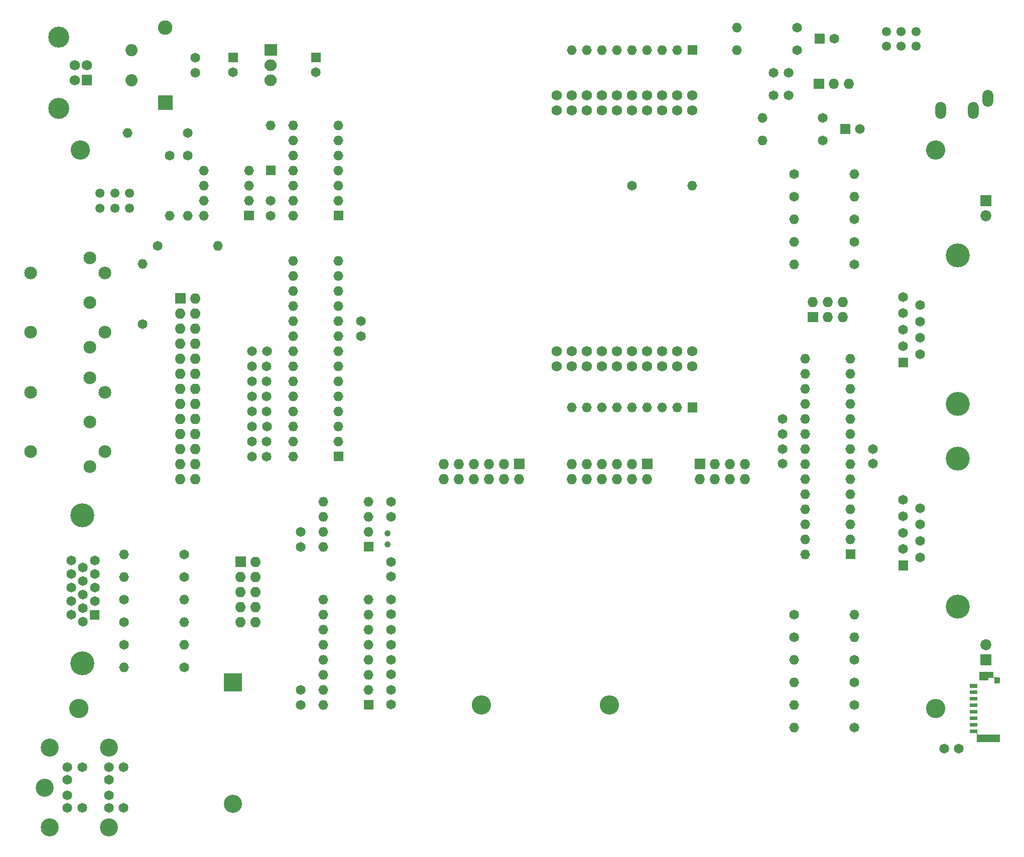
<source format=gbr>
G04 #@! TF.GenerationSoftware,KiCad,Pcbnew,5.1.7-a382d34a8~87~ubuntu16.04.1*
G04 #@! TF.CreationDate,2020-10-08T01:02:59+00:00*
G04 #@! TF.ProjectId,neotron-32,6e656f74-726f-46e2-9d33-322e6b696361,[Uncontrolled]*
G04 #@! TF.SameCoordinates,Original*
G04 #@! TF.FileFunction,Soldermask,Top*
G04 #@! TF.FilePolarity,Negative*
%FSLAX46Y46*%
G04 Gerber Fmt 4.6, Leading zero omitted, Abs format (unit mm)*
G04 Created by KiCad (PCBNEW 5.1.7-a382d34a8~87~ubuntu16.04.1) date 2020-10-08 01:02:59*
%MOMM*%
%LPD*%
G01*
G04 APERTURE LIST*
%ADD10C,1.752600*%
%ADD11O,1.650800X1.650800*%
%ADD12C,1.650800*%
%ADD13C,2.050800*%
%ADD14C,3.040800*%
%ADD15O,1.750800X1.750800*%
%ADD16O,1.778000X1.778000*%
%ADD17C,3.250800*%
%ADD18C,1.550800*%
%ADD19C,1.850800*%
%ADD20C,3.050800*%
%ADD21C,2.150800*%
%ADD22C,4.050800*%
%ADD23C,1.050800*%
%ADD24O,2.050800X1.955800*%
%ADD25C,3.550801*%
%ADD26C,1.750800*%
%ADD27O,1.850800X2.850800*%
%ADD28O,2.450800X2.450800*%
%ADD29C,0.350000*%
G04 APERTURE END LIST*
G04 #@! TO.C,J501*
G36*
G01*
X237226000Y-130980400D02*
X236376000Y-130980400D01*
G75*
G02*
X236350600Y-130955000I0J25400D01*
G01*
X236350600Y-130005000D01*
G75*
G02*
X236376000Y-129979600I25400J0D01*
G01*
X237226000Y-129979600D01*
G75*
G02*
X237251400Y-130005000I0J-25400D01*
G01*
X237251400Y-130955000D01*
G75*
G02*
X237226000Y-130980400I-25400J0D01*
G01*
G37*
G36*
G01*
X236126000Y-130080400D02*
X235526000Y-130080400D01*
G75*
G02*
X235500600Y-130055000I0J25400D01*
G01*
X235500600Y-129055000D01*
G75*
G02*
X235526000Y-129029600I25400J0D01*
G01*
X236126000Y-129029600D01*
G75*
G02*
X236151400Y-129055000I0J-25400D01*
G01*
X236151400Y-130055000D01*
G75*
G02*
X236126000Y-130080400I-25400J0D01*
G01*
G37*
G36*
G01*
X235301001Y-130505400D02*
X233850999Y-130505400D01*
G75*
G02*
X233825600Y-130480001I0J25399D01*
G01*
X233825600Y-129079999D01*
G75*
G02*
X233850999Y-129054600I25399J0D01*
G01*
X235301001Y-129054600D01*
G75*
G02*
X235326400Y-129079999I0J-25399D01*
G01*
X235326400Y-130480001D01*
G75*
G02*
X235301001Y-130505400I-25399J0D01*
G01*
G37*
G36*
G01*
X237226000Y-140880400D02*
X233436000Y-140880400D01*
G75*
G02*
X233410600Y-140855000I0J25400D01*
G01*
X233410600Y-139655000D01*
G75*
G02*
X233436000Y-139629600I25400J0D01*
G01*
X237226000Y-139629600D01*
G75*
G02*
X237251400Y-139655000I0J-25400D01*
G01*
X237251400Y-140855000D01*
G75*
G02*
X237226000Y-140880400I-25400J0D01*
G01*
G37*
G36*
G01*
X233476000Y-131730400D02*
X232226000Y-131730400D01*
G75*
G02*
X232200600Y-131705000I0J25400D01*
G01*
X232200600Y-131105000D01*
G75*
G02*
X232226000Y-131079600I25400J0D01*
G01*
X233476000Y-131079600D01*
G75*
G02*
X233501400Y-131105000I0J-25400D01*
G01*
X233501400Y-131705000D01*
G75*
G02*
X233476000Y-131730400I-25400J0D01*
G01*
G37*
G36*
G01*
X233476000Y-132830400D02*
X232226000Y-132830400D01*
G75*
G02*
X232200600Y-132805000I0J25400D01*
G01*
X232200600Y-132205000D01*
G75*
G02*
X232226000Y-132179600I25400J0D01*
G01*
X233476000Y-132179600D01*
G75*
G02*
X233501400Y-132205000I0J-25400D01*
G01*
X233501400Y-132805000D01*
G75*
G02*
X233476000Y-132830400I-25400J0D01*
G01*
G37*
G36*
G01*
X233476000Y-133930400D02*
X232226000Y-133930400D01*
G75*
G02*
X232200600Y-133905000I0J25400D01*
G01*
X232200600Y-133305000D01*
G75*
G02*
X232226000Y-133279600I25400J0D01*
G01*
X233476000Y-133279600D01*
G75*
G02*
X233501400Y-133305000I0J-25400D01*
G01*
X233501400Y-133905000D01*
G75*
G02*
X233476000Y-133930400I-25400J0D01*
G01*
G37*
G36*
G01*
X233476000Y-135030400D02*
X232226000Y-135030400D01*
G75*
G02*
X232200600Y-135005000I0J25400D01*
G01*
X232200600Y-134405000D01*
G75*
G02*
X232226000Y-134379600I25400J0D01*
G01*
X233476000Y-134379600D01*
G75*
G02*
X233501400Y-134405000I0J-25400D01*
G01*
X233501400Y-135005000D01*
G75*
G02*
X233476000Y-135030400I-25400J0D01*
G01*
G37*
G36*
G01*
X233476000Y-136130400D02*
X232226000Y-136130400D01*
G75*
G02*
X232200600Y-136105000I0J25400D01*
G01*
X232200600Y-135505000D01*
G75*
G02*
X232226000Y-135479600I25400J0D01*
G01*
X233476000Y-135479600D01*
G75*
G02*
X233501400Y-135505000I0J-25400D01*
G01*
X233501400Y-136105000D01*
G75*
G02*
X233476000Y-136130400I-25400J0D01*
G01*
G37*
G36*
G01*
X233476000Y-137230400D02*
X232226000Y-137230400D01*
G75*
G02*
X232200600Y-137205000I0J25400D01*
G01*
X232200600Y-136605000D01*
G75*
G02*
X232226000Y-136579600I25400J0D01*
G01*
X233476000Y-136579600D01*
G75*
G02*
X233501400Y-136605000I0J-25400D01*
G01*
X233501400Y-137205000D01*
G75*
G02*
X233476000Y-137230400I-25400J0D01*
G01*
G37*
G36*
G01*
X233476000Y-138330400D02*
X232226000Y-138330400D01*
G75*
G02*
X232200600Y-138305000I0J25400D01*
G01*
X232200600Y-137705000D01*
G75*
G02*
X232226000Y-137679600I25400J0D01*
G01*
X233476000Y-137679600D01*
G75*
G02*
X233501400Y-137705000I0J-25400D01*
G01*
X233501400Y-138305000D01*
G75*
G02*
X233476000Y-138330400I-25400J0D01*
G01*
G37*
G36*
G01*
X233476000Y-139430400D02*
X232226000Y-139430400D01*
G75*
G02*
X232200600Y-139405000I0J25400D01*
G01*
X232200600Y-138805000D01*
G75*
G02*
X232226000Y-138779600I25400J0D01*
G01*
X233476000Y-138779600D01*
G75*
G02*
X233501400Y-138805000I0J-25400D01*
G01*
X233501400Y-139405000D01*
G75*
G02*
X233476000Y-139430400I-25400J0D01*
G01*
G37*
G04 #@! TD*
D10*
G04 #@! TO.C,U101*
X185420000Y-31750000D03*
X182880000Y-31750000D03*
X180340000Y-31750000D03*
X177800000Y-31750000D03*
X175260000Y-31750000D03*
X172720000Y-31750000D03*
X170180000Y-31750000D03*
X167640000Y-31750000D03*
X165100000Y-31750000D03*
X162560000Y-31750000D03*
X185420000Y-34290000D03*
X182880000Y-34290000D03*
X180340000Y-34290000D03*
X177800000Y-34290000D03*
X175260000Y-34290000D03*
X172720000Y-34290000D03*
X170180000Y-34290000D03*
X167640000Y-34290000D03*
X165100000Y-34290000D03*
X162560000Y-34290000D03*
X162560000Y-74930000D03*
X170180000Y-74930000D03*
X175260000Y-74930000D03*
X180340000Y-74930000D03*
X182880000Y-74930000D03*
X185420000Y-74930000D03*
X177800000Y-74930000D03*
X172720000Y-74930000D03*
X165100000Y-74930000D03*
X167640000Y-74930000D03*
X185420000Y-77470000D03*
X182880000Y-77470000D03*
X180340000Y-77470000D03*
X177800000Y-77470000D03*
X175260000Y-77470000D03*
X172720000Y-77470000D03*
X170180000Y-77470000D03*
X167640000Y-77470000D03*
X165100000Y-77470000D03*
X162560000Y-77470000D03*
G04 #@! TD*
D11*
G04 #@! TO.C,R203*
X92710000Y-60198000D03*
D12*
X92710000Y-70358000D03*
G04 #@! TD*
G04 #@! TO.C,C303*
X209383000Y-22225000D03*
G36*
G01*
X206057600Y-23025000D02*
X206057600Y-21425000D01*
G75*
G02*
X206083000Y-21399600I25400J0D01*
G01*
X207683000Y-21399600D01*
G75*
G02*
X207708400Y-21425000I0J-25400D01*
G01*
X207708400Y-23025000D01*
G75*
G02*
X207683000Y-23050400I-25400J0D01*
G01*
X206083000Y-23050400D01*
G75*
G02*
X206057600Y-23025000I0J25400D01*
G01*
G37*
G04 #@! TD*
D13*
G04 #@! TO.C,F401*
X90805000Y-24130000D03*
X90795000Y-29210000D03*
G04 #@! TD*
D14*
G04 #@! TO.C,J704*
X87000000Y-155340000D03*
X87000000Y-141840000D03*
D12*
X89500000Y-151990000D03*
X87000000Y-151990000D03*
X87000000Y-147290000D03*
X89500000Y-145190000D03*
X87000000Y-149890000D03*
X87000000Y-145190000D03*
X80000000Y-151990000D03*
X80000000Y-147290000D03*
X80000000Y-145190000D03*
X80000000Y-149890000D03*
D14*
X77000000Y-141840000D03*
X76200000Y-148590000D03*
X77000000Y-155340000D03*
D12*
X82500000Y-151990000D03*
X82500000Y-145190000D03*
G04 #@! TD*
D15*
G04 #@! TO.C,J103*
X194310000Y-96520000D03*
X194310000Y-93980000D03*
X191770000Y-96520000D03*
X191770000Y-93980000D03*
X189230000Y-96520000D03*
X189230000Y-93980000D03*
X186690000Y-96520000D03*
G36*
G01*
X187540000Y-94855400D02*
X185840000Y-94855400D01*
G75*
G02*
X185814600Y-94830000I0J25400D01*
G01*
X185814600Y-93130000D01*
G75*
G02*
X185840000Y-93104600I25400J0D01*
G01*
X187540000Y-93104600D01*
G75*
G02*
X187565400Y-93130000I0J-25400D01*
G01*
X187565400Y-94830000D01*
G75*
G02*
X187540000Y-94855400I-25400J0D01*
G01*
G37*
G04 #@! TD*
D16*
G04 #@! TO.C,J601*
X101600000Y-96520000D03*
X99060000Y-96520000D03*
X101600000Y-93980000D03*
X99060000Y-93980000D03*
X101600000Y-91440000D03*
X99060000Y-91440000D03*
X101600000Y-88900000D03*
X99060000Y-88900000D03*
X101600000Y-86360000D03*
X99060000Y-86360000D03*
X101600000Y-83820000D03*
X99060000Y-83820000D03*
X101600000Y-81280000D03*
X99060000Y-81280000D03*
X101600000Y-78740000D03*
X99060000Y-78740000D03*
X101600000Y-76200000D03*
X99060000Y-76200000D03*
X101600000Y-73660000D03*
X99060000Y-73660000D03*
X101600000Y-71120000D03*
X99060000Y-71120000D03*
X101600000Y-68580000D03*
X99060000Y-68580000D03*
X101600000Y-66040000D03*
G36*
G01*
X98171000Y-66903600D02*
X98171000Y-65176400D01*
G75*
G02*
X98196400Y-65151000I25400J0D01*
G01*
X99923600Y-65151000D01*
G75*
G02*
X99949000Y-65176400I0J-25400D01*
G01*
X99949000Y-66903600D01*
G75*
G02*
X99923600Y-66929000I-25400J0D01*
G01*
X98196400Y-66929000D01*
G75*
G02*
X98171000Y-66903600I0J25400D01*
G01*
G37*
G04 #@! TD*
D11*
G04 #@! TO.C,R102*
X212725000Y-119380000D03*
D12*
X202565000Y-119380000D03*
G04 #@! TD*
D17*
G04 #@! TO.C,H106*
X171450000Y-134620000D03*
G04 #@! TD*
G04 #@! TO.C,H105*
X149860000Y-134620000D03*
G04 #@! TD*
D18*
G04 #@! TO.C,SW402*
X223140000Y-20995000D03*
X220640000Y-20995000D03*
X218140000Y-20995000D03*
X223140000Y-23495000D03*
X220640000Y-23495000D03*
X218140000Y-23495000D03*
G04 #@! TD*
D11*
G04 #@! TO.C,R403*
X212725000Y-45085000D03*
D12*
X202565000Y-45085000D03*
G04 #@! TD*
D19*
G04 #@! TO.C,D402*
X234950000Y-52070000D03*
G36*
G01*
X234050000Y-48604600D02*
X235850000Y-48604600D01*
G75*
G02*
X235875400Y-48630000I0J-25400D01*
G01*
X235875400Y-50430000D01*
G75*
G02*
X235850000Y-50455400I-25400J0D01*
G01*
X234050000Y-50455400D01*
G75*
G02*
X234024600Y-50430000I0J25400D01*
G01*
X234024600Y-48630000D01*
G75*
G02*
X234050000Y-48604600I25400J0D01*
G01*
G37*
G04 #@! TD*
D18*
G04 #@! TO.C,SW401*
X85510000Y-50800000D03*
X88010000Y-50800000D03*
X90510000Y-50800000D03*
X85510000Y-48300000D03*
X88010000Y-48300000D03*
X90510000Y-48300000D03*
G04 #@! TD*
G04 #@! TO.C,BT801*
G36*
G01*
X106450000Y-129284600D02*
X109450000Y-129284600D01*
G75*
G02*
X109475400Y-129310000I0J-25400D01*
G01*
X109475400Y-132310000D01*
G75*
G02*
X109450000Y-132335400I-25400J0D01*
G01*
X106450000Y-132335400D01*
G75*
G02*
X106424600Y-132310000I0J25400D01*
G01*
X106424600Y-129310000D01*
G75*
G02*
X106450000Y-129284600I25400J0D01*
G01*
G37*
D20*
X107950000Y-151300000D03*
G04 #@! TD*
D16*
G04 #@! TO.C,J1001*
X111760000Y-120650000D03*
X109220000Y-120650000D03*
X111760000Y-118110000D03*
X109220000Y-118110000D03*
X111760000Y-115570000D03*
X109220000Y-115570000D03*
X111760000Y-113030000D03*
X109220000Y-113030000D03*
X111760000Y-110490000D03*
G36*
G01*
X108331000Y-111353600D02*
X108331000Y-109626400D01*
G75*
G02*
X108356400Y-109601000I25400J0D01*
G01*
X110083600Y-109601000D01*
G75*
G02*
X110109000Y-109626400I0J-25400D01*
G01*
X110109000Y-111353600D01*
G75*
G02*
X110083600Y-111379000I-25400J0D01*
G01*
X108356400Y-111379000D01*
G75*
G02*
X108331000Y-111353600I0J25400D01*
G01*
G37*
G04 #@! TD*
D21*
G04 #@! TO.C,J202*
X73820000Y-81915000D03*
X73820000Y-91915000D03*
X86320000Y-91915000D03*
X86320000Y-81915000D03*
X83820000Y-86915000D03*
X83820000Y-79415000D03*
X83820000Y-94415000D03*
G04 #@! TD*
G04 #@! TO.C,J201*
X73820000Y-61755000D03*
X73820000Y-71755000D03*
X86320000Y-71755000D03*
X86320000Y-61755000D03*
X83820000Y-66755000D03*
X83820000Y-59255000D03*
X83820000Y-74255000D03*
G04 #@! TD*
D22*
G04 #@! TO.C,J901*
X82550000Y-127635000D03*
X82550000Y-102635000D03*
D12*
X80640000Y-110290000D03*
X80640000Y-112580000D03*
X80640000Y-114870000D03*
X80640000Y-117160000D03*
X80640000Y-119450000D03*
X82620000Y-111435000D03*
X82620000Y-113725000D03*
X82620000Y-116015000D03*
X82620000Y-118305000D03*
X82620000Y-120595000D03*
X84600000Y-110290000D03*
X84600000Y-112580000D03*
X84600000Y-114870000D03*
X84600000Y-117160000D03*
G36*
G01*
X83800000Y-118624600D02*
X85400000Y-118624600D01*
G75*
G02*
X85425400Y-118650000I0J-25400D01*
G01*
X85425400Y-120250000D01*
G75*
G02*
X85400000Y-120275400I-25400J0D01*
G01*
X83800000Y-120275400D01*
G75*
G02*
X83774600Y-120250000I0J25400D01*
G01*
X83774600Y-118650000D01*
G75*
G02*
X83800000Y-118624600I25400J0D01*
G01*
G37*
G04 #@! TD*
D22*
G04 #@! TO.C,J702*
X230180000Y-58820000D03*
X230180000Y-83820000D03*
D12*
X223820000Y-67165000D03*
X223820000Y-69935000D03*
X223820000Y-72705000D03*
X223820000Y-75475000D03*
X220980000Y-65780000D03*
X220980000Y-68550000D03*
X220980000Y-71320000D03*
X220980000Y-74090000D03*
G36*
G01*
X221780000Y-77685400D02*
X220180000Y-77685400D01*
G75*
G02*
X220154600Y-77660000I0J25400D01*
G01*
X220154600Y-76060000D01*
G75*
G02*
X220180000Y-76034600I25400J0D01*
G01*
X221780000Y-76034600D01*
G75*
G02*
X221805400Y-76060000I0J-25400D01*
G01*
X221805400Y-77660000D01*
G75*
G02*
X221780000Y-77685400I-25400J0D01*
G01*
G37*
G04 #@! TD*
G04 #@! TO.C,J703*
G36*
G01*
X221780000Y-111950400D02*
X220180000Y-111950400D01*
G75*
G02*
X220154600Y-111925000I0J25400D01*
G01*
X220154600Y-110325000D01*
G75*
G02*
X220180000Y-110299600I25400J0D01*
G01*
X221780000Y-110299600D01*
G75*
G02*
X221805400Y-110325000I0J-25400D01*
G01*
X221805400Y-111925000D01*
G75*
G02*
X221780000Y-111950400I-25400J0D01*
G01*
G37*
X220980000Y-108355000D03*
X220980000Y-105585000D03*
X220980000Y-102815000D03*
X220980000Y-100045000D03*
X223820000Y-109740000D03*
X223820000Y-106970000D03*
X223820000Y-104200000D03*
X223820000Y-101430000D03*
D22*
X230180000Y-118085000D03*
X230180000Y-93085000D03*
G04 #@! TD*
D11*
G04 #@! TO.C,U601*
X118110000Y-92710000D03*
X125730000Y-59690000D03*
X118110000Y-90170000D03*
X125730000Y-62230000D03*
X118110000Y-87630000D03*
X125730000Y-64770000D03*
X118110000Y-85090000D03*
X125730000Y-67310000D03*
X118110000Y-82550000D03*
X125730000Y-69850000D03*
X118110000Y-80010000D03*
X125730000Y-72390000D03*
X118110000Y-77470000D03*
X125730000Y-74930000D03*
X118110000Y-74930000D03*
X125730000Y-77470000D03*
X118110000Y-72390000D03*
X125730000Y-80010000D03*
X118110000Y-69850000D03*
X125730000Y-82550000D03*
X118110000Y-67310000D03*
X125730000Y-85090000D03*
X118110000Y-64770000D03*
X125730000Y-87630000D03*
X118110000Y-62230000D03*
X125730000Y-90170000D03*
X118110000Y-59690000D03*
G36*
G01*
X126555400Y-91910000D02*
X126555400Y-93510000D01*
G75*
G02*
X126530000Y-93535400I-25400J0D01*
G01*
X124930000Y-93535400D01*
G75*
G02*
X124904600Y-93510000I0J25400D01*
G01*
X124904600Y-91910000D01*
G75*
G02*
X124930000Y-91884600I25400J0D01*
G01*
X126530000Y-91884600D01*
G75*
G02*
X126555400Y-91910000I0J-25400D01*
G01*
G37*
G04 #@! TD*
D15*
G04 #@! TO.C,J101*
X143510000Y-96520000D03*
X143510000Y-93980000D03*
X146050000Y-96520000D03*
X146050000Y-93980000D03*
X148590000Y-96520000D03*
X148590000Y-93980000D03*
X151130000Y-96520000D03*
X151130000Y-93980000D03*
X153670000Y-96520000D03*
X153670000Y-93980000D03*
X156210000Y-96520000D03*
G36*
G01*
X155360000Y-93104600D02*
X157060000Y-93104600D01*
G75*
G02*
X157085400Y-93130000I0J-25400D01*
G01*
X157085400Y-94830000D01*
G75*
G02*
X157060000Y-94855400I-25400J0D01*
G01*
X155360000Y-94855400D01*
G75*
G02*
X155334600Y-94830000I0J25400D01*
G01*
X155334600Y-93130000D01*
G75*
G02*
X155360000Y-93104600I25400J0D01*
G01*
G37*
G04 #@! TD*
D11*
G04 #@! TO.C,R502*
X202565000Y-134620000D03*
D12*
X212725000Y-134620000D03*
G04 #@! TD*
D11*
G04 #@! TO.C,U701*
X204470000Y-109220000D03*
X212090000Y-76200000D03*
X204470000Y-106680000D03*
X212090000Y-78740000D03*
X204470000Y-104140000D03*
X212090000Y-81280000D03*
X204470000Y-101600000D03*
X212090000Y-83820000D03*
X204470000Y-99060000D03*
X212090000Y-86360000D03*
X204470000Y-96520000D03*
X212090000Y-88900000D03*
X204470000Y-93980000D03*
X212090000Y-91440000D03*
X204470000Y-91440000D03*
X212090000Y-93980000D03*
X204470000Y-88900000D03*
X212090000Y-96520000D03*
X204470000Y-86360000D03*
X212090000Y-99060000D03*
X204470000Y-83820000D03*
X212090000Y-101600000D03*
X204470000Y-81280000D03*
X212090000Y-104140000D03*
X204470000Y-78740000D03*
X212090000Y-106680000D03*
X204470000Y-76200000D03*
G36*
G01*
X212915400Y-108420000D02*
X212915400Y-110020000D01*
G75*
G02*
X212890000Y-110045400I-25400J0D01*
G01*
X211290000Y-110045400D01*
G75*
G02*
X211264600Y-110020000I0J25400D01*
G01*
X211264600Y-108420000D01*
G75*
G02*
X211290000Y-108394600I25400J0D01*
G01*
X212890000Y-108394600D01*
G75*
G02*
X212915400Y-108420000I0J-25400D01*
G01*
G37*
G04 #@! TD*
G04 #@! TO.C,R402*
X212725000Y-48895000D03*
D12*
X202565000Y-48895000D03*
G04 #@! TD*
D11*
G04 #@! TO.C,R906*
X89535000Y-113030000D03*
D12*
X99695000Y-113030000D03*
G04 #@! TD*
D11*
G04 #@! TO.C,R905*
X89535000Y-109220000D03*
D12*
X99695000Y-109220000D03*
G04 #@! TD*
D11*
G04 #@! TO.C,R904*
X89535000Y-128270000D03*
D12*
X99695000Y-128270000D03*
G04 #@! TD*
D11*
G04 #@! TO.C,R903*
X99695000Y-116840000D03*
D12*
X89535000Y-116840000D03*
G04 #@! TD*
D11*
G04 #@! TO.C,R902*
X99695000Y-120650000D03*
D12*
X89535000Y-120650000D03*
G04 #@! TD*
D11*
G04 #@! TO.C,R901*
X99695000Y-124460000D03*
D12*
X89535000Y-124460000D03*
G04 #@! TD*
D11*
G04 #@! TO.C,R703*
X202565000Y-60325000D03*
D12*
X212725000Y-60325000D03*
G04 #@! TD*
D11*
G04 #@! TO.C,R702*
X202565000Y-52705000D03*
D12*
X212725000Y-52705000D03*
G04 #@! TD*
D11*
G04 #@! TO.C,R701*
X202565000Y-56515000D03*
D12*
X212725000Y-56515000D03*
G04 #@! TD*
D11*
G04 #@! TO.C,R504*
X202565000Y-138430000D03*
D12*
X212725000Y-138430000D03*
G04 #@! TD*
D11*
G04 #@! TO.C,R503*
X202565000Y-130810000D03*
D12*
X212725000Y-130810000D03*
G04 #@! TD*
D11*
G04 #@! TO.C,R501*
X202565000Y-127000000D03*
D12*
X212725000Y-127000000D03*
G04 #@! TD*
D11*
G04 #@! TO.C,R401*
X90170000Y-38100000D03*
D12*
X100330000Y-38100000D03*
G04 #@! TD*
D11*
G04 #@! TO.C,R304*
X197231000Y-35560000D03*
D12*
X207391000Y-35560000D03*
G04 #@! TD*
D11*
G04 #@! TO.C,R303*
X192913000Y-24130000D03*
D12*
X203073000Y-24130000D03*
G04 #@! TD*
D11*
G04 #@! TO.C,R302*
X197231000Y-39370000D03*
D12*
X207391000Y-39370000D03*
G04 #@! TD*
D11*
G04 #@! TO.C,R301*
X192913000Y-20320000D03*
D12*
X203073000Y-20320000D03*
G04 #@! TD*
D11*
G04 #@! TO.C,R205*
X185420000Y-46990000D03*
D12*
X175260000Y-46990000D03*
G04 #@! TD*
D11*
G04 #@! TO.C,R204*
X100330000Y-52070000D03*
D12*
X100330000Y-41910000D03*
G04 #@! TD*
D11*
G04 #@! TO.C,R202*
X97282000Y-52070000D03*
D12*
X97282000Y-41910000D03*
G04 #@! TD*
D11*
G04 #@! TO.C,R201*
X105410000Y-57150000D03*
D12*
X95250000Y-57150000D03*
G04 #@! TD*
D11*
G04 #@! TO.C,R101*
X212725000Y-123190000D03*
D12*
X202565000Y-123190000D03*
G04 #@! TD*
G04 #@! TO.C,C403*
X121920000Y-27900000D03*
G36*
G01*
X121120000Y-24574600D02*
X122720000Y-24574600D01*
G75*
G02*
X122745400Y-24600000I0J-25400D01*
G01*
X122745400Y-26200000D01*
G75*
G02*
X122720000Y-26225400I-25400J0D01*
G01*
X121120000Y-26225400D01*
G75*
G02*
X121094600Y-26200000I0J25400D01*
G01*
X121094600Y-24600000D01*
G75*
G02*
X121120000Y-24574600I25400J0D01*
G01*
G37*
G04 #@! TD*
G04 #@! TO.C,C401*
X107950000Y-27900000D03*
G36*
G01*
X107150000Y-24574600D02*
X108750000Y-24574600D01*
G75*
G02*
X108775400Y-24600000I0J-25400D01*
G01*
X108775400Y-26200000D01*
G75*
G02*
X108750000Y-26225400I-25400J0D01*
G01*
X107150000Y-26225400D01*
G75*
G02*
X107124600Y-26200000I0J25400D01*
G01*
X107124600Y-24600000D01*
G75*
G02*
X107150000Y-24574600I25400J0D01*
G01*
G37*
G04 #@! TD*
G04 #@! TO.C,C304*
X213701000Y-37465000D03*
G36*
G01*
X210375600Y-38265000D02*
X210375600Y-36665000D01*
G75*
G02*
X210401000Y-36639600I25400J0D01*
G01*
X212001000Y-36639600D01*
G75*
G02*
X212026400Y-36665000I0J-25400D01*
G01*
X212026400Y-38265000D01*
G75*
G02*
X212001000Y-38290400I-25400J0D01*
G01*
X210401000Y-38290400D01*
G75*
G02*
X210375600Y-38265000I0J25400D01*
G01*
G37*
G04 #@! TD*
D11*
G04 #@! TO.C,U202*
X102997000Y-52070000D03*
X110617000Y-44450000D03*
X102997000Y-49530000D03*
X110617000Y-46990000D03*
X102997000Y-46990000D03*
X110617000Y-49530000D03*
X102997000Y-44450000D03*
G36*
G01*
X111442400Y-51270000D02*
X111442400Y-52870000D01*
G75*
G02*
X111417000Y-52895400I-25400J0D01*
G01*
X109817000Y-52895400D01*
G75*
G02*
X109791600Y-52870000I0J25400D01*
G01*
X109791600Y-51270000D01*
G75*
G02*
X109817000Y-51244600I25400J0D01*
G01*
X111417000Y-51244600D01*
G75*
G02*
X111442400Y-51270000I0J-25400D01*
G01*
G37*
G04 #@! TD*
D23*
G04 #@! TO.C,Y801*
X133985000Y-105664000D03*
X133985000Y-107564000D03*
G04 #@! TD*
D11*
G04 #@! TO.C,U1001*
X123190000Y-134620000D03*
X130810000Y-116840000D03*
X123190000Y-132080000D03*
X130810000Y-119380000D03*
X123190000Y-129540000D03*
X130810000Y-121920000D03*
X123190000Y-127000000D03*
X130810000Y-124460000D03*
X123190000Y-124460000D03*
X130810000Y-127000000D03*
X123190000Y-121920000D03*
X130810000Y-129540000D03*
X123190000Y-119380000D03*
X130810000Y-132080000D03*
X123190000Y-116840000D03*
G36*
G01*
X131635400Y-133820000D02*
X131635400Y-135420000D01*
G75*
G02*
X131610000Y-135445400I-25400J0D01*
G01*
X130010000Y-135445400D01*
G75*
G02*
X129984600Y-135420000I0J25400D01*
G01*
X129984600Y-133820000D01*
G75*
G02*
X130010000Y-133794600I25400J0D01*
G01*
X131610000Y-133794600D01*
G75*
G02*
X131635400Y-133820000I0J-25400D01*
G01*
G37*
G04 #@! TD*
G04 #@! TO.C,U801*
X123190000Y-107950000D03*
X130810000Y-100330000D03*
X123190000Y-105410000D03*
X130810000Y-102870000D03*
X123190000Y-102870000D03*
X130810000Y-105410000D03*
X123190000Y-100330000D03*
G36*
G01*
X131635400Y-107150000D02*
X131635400Y-108750000D01*
G75*
G02*
X131610000Y-108775400I-25400J0D01*
G01*
X130010000Y-108775400D01*
G75*
G02*
X129984600Y-108750000I0J25400D01*
G01*
X129984600Y-107150000D01*
G75*
G02*
X130010000Y-107124600I25400J0D01*
G01*
X131610000Y-107124600D01*
G75*
G02*
X131635400Y-107150000I0J-25400D01*
G01*
G37*
G04 #@! TD*
D24*
G04 #@! TO.C,U401*
X114300000Y-29210000D03*
X114300000Y-26670000D03*
G36*
G01*
X113300000Y-23152100D02*
X115300000Y-23152100D01*
G75*
G02*
X115325400Y-23177500I0J-25400D01*
G01*
X115325400Y-25082500D01*
G75*
G02*
X115300000Y-25107900I-25400J0D01*
G01*
X113300000Y-25107900D01*
G75*
G02*
X113274600Y-25082500I0J25400D01*
G01*
X113274600Y-23177500D01*
G75*
G02*
X113300000Y-23152100I25400J0D01*
G01*
G37*
G04 #@! TD*
D11*
G04 #@! TO.C,U201*
X118110000Y-52070000D03*
X125730000Y-36830000D03*
X118110000Y-49530000D03*
X125730000Y-39370000D03*
X118110000Y-46990000D03*
X125730000Y-41910000D03*
X118110000Y-44450000D03*
X125730000Y-44450000D03*
X118110000Y-41910000D03*
X125730000Y-46990000D03*
X118110000Y-39370000D03*
X125730000Y-49530000D03*
X118110000Y-36830000D03*
G36*
G01*
X126555400Y-51270000D02*
X126555400Y-52870000D01*
G75*
G02*
X126530000Y-52895400I-25400J0D01*
G01*
X124930000Y-52895400D01*
G75*
G02*
X124904600Y-52870000I0J25400D01*
G01*
X124904600Y-51270000D01*
G75*
G02*
X124930000Y-51244600I25400J0D01*
G01*
X126530000Y-51244600D01*
G75*
G02*
X126555400Y-51270000I0J-25400D01*
G01*
G37*
G04 #@! TD*
G04 #@! TO.C,RN102*
X165100000Y-24130000D03*
X167640000Y-24130000D03*
X170180000Y-24130000D03*
X172720000Y-24130000D03*
X175260000Y-24130000D03*
X177800000Y-24130000D03*
X180340000Y-24130000D03*
X182880000Y-24130000D03*
G36*
G01*
X186245400Y-23330000D02*
X186245400Y-24930000D01*
G75*
G02*
X186220000Y-24955400I-25400J0D01*
G01*
X184620000Y-24955400D01*
G75*
G02*
X184594600Y-24930000I0J25400D01*
G01*
X184594600Y-23330000D01*
G75*
G02*
X184620000Y-23304600I25400J0D01*
G01*
X186220000Y-23304600D01*
G75*
G02*
X186245400Y-23330000I0J-25400D01*
G01*
G37*
G04 #@! TD*
G04 #@! TO.C,RN101*
X165100000Y-84455000D03*
X167640000Y-84455000D03*
X170180000Y-84455000D03*
X172720000Y-84455000D03*
X175260000Y-84455000D03*
X177800000Y-84455000D03*
X180340000Y-84455000D03*
X182880000Y-84455000D03*
G36*
G01*
X186245400Y-83655000D02*
X186245400Y-85255000D01*
G75*
G02*
X186220000Y-85280400I-25400J0D01*
G01*
X184620000Y-85280400D01*
G75*
G02*
X184594600Y-85255000I0J25400D01*
G01*
X184594600Y-83655000D01*
G75*
G02*
X184620000Y-83629600I25400J0D01*
G01*
X186220000Y-83629600D01*
G75*
G02*
X186245400Y-83655000I0J-25400D01*
G01*
G37*
G04 #@! TD*
D15*
G04 #@! TO.C,J701*
X210820000Y-66675000D03*
X210820000Y-69215000D03*
X208280000Y-66675000D03*
X208280000Y-69215000D03*
X205740000Y-66675000D03*
G36*
G01*
X206590000Y-70090400D02*
X204890000Y-70090400D01*
G75*
G02*
X204864600Y-70065000I0J25400D01*
G01*
X204864600Y-68365000D01*
G75*
G02*
X204890000Y-68339600I25400J0D01*
G01*
X206590000Y-68339600D01*
G75*
G02*
X206615400Y-68365000I0J-25400D01*
G01*
X206615400Y-70065000D01*
G75*
G02*
X206590000Y-70090400I-25400J0D01*
G01*
G37*
G04 #@! TD*
D25*
G04 #@! TO.C,J401*
X78570000Y-21940000D03*
X78570000Y-33980000D03*
D26*
X81280000Y-29210000D03*
X81280000Y-26710000D03*
X83280000Y-26710000D03*
G36*
G01*
X84155400Y-28360000D02*
X84155400Y-30060000D01*
G75*
G02*
X84130000Y-30085400I-25400J0D01*
G01*
X82430000Y-30085400D01*
G75*
G02*
X82404600Y-30060000I0J25400D01*
G01*
X82404600Y-28360000D01*
G75*
G02*
X82430000Y-28334600I25400J0D01*
G01*
X84130000Y-28334600D01*
G75*
G02*
X84155400Y-28360000I0J-25400D01*
G01*
G37*
G04 #@! TD*
D15*
G04 #@! TO.C,J302*
X211836000Y-29845000D03*
X209296000Y-29845000D03*
G36*
G01*
X207606000Y-30720400D02*
X205906000Y-30720400D01*
G75*
G02*
X205880600Y-30695000I0J25400D01*
G01*
X205880600Y-28995000D01*
G75*
G02*
X205906000Y-28969600I25400J0D01*
G01*
X207606000Y-28969600D01*
G75*
G02*
X207631400Y-28995000I0J-25400D01*
G01*
X207631400Y-30695000D01*
G75*
G02*
X207606000Y-30720400I-25400J0D01*
G01*
G37*
G04 #@! TD*
D27*
G04 #@! TO.C,J301*
X227330000Y-34290000D03*
X232830000Y-34290000D03*
X235230000Y-32290000D03*
G04 #@! TD*
G04 #@! TO.C,J102*
G36*
G01*
X176950000Y-93104600D02*
X178650000Y-93104600D01*
G75*
G02*
X178675400Y-93130000I0J-25400D01*
G01*
X178675400Y-94830000D01*
G75*
G02*
X178650000Y-94855400I-25400J0D01*
G01*
X176950000Y-94855400D01*
G75*
G02*
X176924600Y-94830000I0J25400D01*
G01*
X176924600Y-93130000D01*
G75*
G02*
X176950000Y-93104600I25400J0D01*
G01*
G37*
D15*
X177800000Y-96520000D03*
X175260000Y-93980000D03*
X175260000Y-96520000D03*
X172720000Y-93980000D03*
X172720000Y-96520000D03*
X170180000Y-93980000D03*
X170180000Y-96520000D03*
X167640000Y-93980000D03*
X167640000Y-96520000D03*
X165100000Y-93980000D03*
X165100000Y-96520000D03*
G04 #@! TD*
D17*
G04 #@! TO.C,H104*
X226446000Y-41020000D03*
G04 #@! TD*
G04 #@! TO.C,H103*
X81960000Y-135220000D03*
G04 #@! TD*
G04 #@! TO.C,H102*
X82196000Y-41020000D03*
G04 #@! TD*
G04 #@! TO.C,H101*
X226446000Y-135220000D03*
G04 #@! TD*
D19*
G04 #@! TO.C,D501*
X234950000Y-124460000D03*
G36*
G01*
X235850000Y-127925400D02*
X234050000Y-127925400D01*
G75*
G02*
X234024600Y-127900000I0J25400D01*
G01*
X234024600Y-126100000D01*
G75*
G02*
X234050000Y-126074600I25400J0D01*
G01*
X235850000Y-126074600D01*
G75*
G02*
X235875400Y-126100000I0J-25400D01*
G01*
X235875400Y-127900000D01*
G75*
G02*
X235850000Y-127925400I-25400J0D01*
G01*
G37*
G04 #@! TD*
D28*
G04 #@! TO.C,D401*
X96520000Y-20320000D03*
G36*
G01*
X97720000Y-34245400D02*
X95320000Y-34245400D01*
G75*
G02*
X95294600Y-34220000I0J25400D01*
G01*
X95294600Y-31820000D01*
G75*
G02*
X95320000Y-31794600I25400J0D01*
G01*
X97720000Y-31794600D01*
G75*
G02*
X97745400Y-31820000I0J-25400D01*
G01*
X97745400Y-34220000D01*
G75*
G02*
X97720000Y-34245400I-25400J0D01*
G01*
G37*
G04 #@! TD*
D11*
G04 #@! TO.C,D201*
X114300000Y-36830000D03*
G36*
G01*
X115100000Y-45275400D02*
X113500000Y-45275400D01*
G75*
G02*
X113474600Y-45250000I0J25400D01*
G01*
X113474600Y-43650000D01*
G75*
G02*
X113500000Y-43624600I25400J0D01*
G01*
X115100000Y-43624600D01*
G75*
G02*
X115125400Y-43650000I0J-25400D01*
G01*
X115125400Y-45250000D01*
G75*
G02*
X115100000Y-45275400I-25400J0D01*
G01*
G37*
G04 #@! TD*
D12*
G04 #@! TO.C,C703*
X200660000Y-86400000D03*
X200660000Y-88900000D03*
G04 #@! TD*
G04 #@! TO.C,C1005*
X134620000Y-129500000D03*
X134620000Y-127000000D03*
G04 #@! TD*
G04 #@! TO.C,C1004*
X134620000Y-119340000D03*
X134620000Y-116840000D03*
G04 #@! TD*
G04 #@! TO.C,C1003*
X134620000Y-121960000D03*
X134620000Y-124460000D03*
G04 #@! TD*
G04 #@! TO.C,C1002*
X134620000Y-134580000D03*
X134620000Y-132080000D03*
G04 #@! TD*
G04 #@! TO.C,C1001*
X119380000Y-134620000D03*
X119380000Y-132120000D03*
G04 #@! TD*
G04 #@! TO.C,C803*
X119380000Y-105450000D03*
X119380000Y-107950000D03*
G04 #@! TD*
G04 #@! TO.C,C802*
X134620000Y-100370000D03*
X134620000Y-102870000D03*
G04 #@! TD*
G04 #@! TO.C,C801*
X134620000Y-110490000D03*
X134620000Y-112990000D03*
G04 #@! TD*
G04 #@! TO.C,C701*
X200660000Y-91440000D03*
X200660000Y-93940000D03*
G04 #@! TD*
G04 #@! TO.C,C702*
X215900000Y-91440000D03*
X215900000Y-93940000D03*
G04 #@! TD*
G04 #@! TO.C,C609*
X113625000Y-92710000D03*
X111125000Y-92710000D03*
G04 #@! TD*
G04 #@! TO.C,C608*
X113625000Y-90170000D03*
X111125000Y-90170000D03*
G04 #@! TD*
G04 #@! TO.C,C607*
X113665000Y-87630000D03*
X111165000Y-87630000D03*
G04 #@! TD*
G04 #@! TO.C,C606*
X113625000Y-85090000D03*
X111125000Y-85090000D03*
G04 #@! TD*
G04 #@! TO.C,C605*
X113625000Y-82550000D03*
X111125000Y-82550000D03*
G04 #@! TD*
G04 #@! TO.C,C604*
X113625000Y-80010000D03*
X111125000Y-80010000D03*
G04 #@! TD*
G04 #@! TO.C,C603*
X113625000Y-77470000D03*
X111125000Y-77470000D03*
G04 #@! TD*
G04 #@! TO.C,C602*
X113665000Y-74930000D03*
X111165000Y-74930000D03*
G04 #@! TD*
G04 #@! TO.C,C601*
X129540000Y-69890000D03*
X129540000Y-72390000D03*
G04 #@! TD*
G04 #@! TO.C,C501*
X227878000Y-141986000D03*
X230378000Y-141986000D03*
G04 #@! TD*
G04 #@! TO.C,C402*
X101600000Y-25440000D03*
X101600000Y-27940000D03*
G04 #@! TD*
G04 #@! TO.C,C302*
X201636000Y-31750000D03*
X199136000Y-31750000D03*
G04 #@! TD*
G04 #@! TO.C,C301*
X201636000Y-27940000D03*
X199136000Y-27940000D03*
G04 #@! TD*
G04 #@! TO.C,C201*
X114300000Y-49570000D03*
X114300000Y-52070000D03*
G04 #@! TD*
D29*
G36*
X233503132Y-139429400D02*
G01*
X233503400Y-139430400D01*
X233503400Y-139502507D01*
X233505810Y-139526982D01*
X233512924Y-139550432D01*
X233524474Y-139572042D01*
X233540018Y-139590982D01*
X233558958Y-139606526D01*
X233580568Y-139618076D01*
X233604018Y-139625190D01*
X233628595Y-139627610D01*
X233630221Y-139628775D01*
X233630025Y-139630765D01*
X233628399Y-139631600D01*
X233410600Y-139631600D01*
X233408868Y-139630600D01*
X233408600Y-139629600D01*
X233408600Y-139557493D01*
X233406190Y-139533018D01*
X233399076Y-139509568D01*
X233387526Y-139487958D01*
X233371982Y-139469018D01*
X233353042Y-139453474D01*
X233331432Y-139441924D01*
X233307982Y-139434810D01*
X233283405Y-139432390D01*
X233281779Y-139431225D01*
X233281975Y-139429235D01*
X233283601Y-139428400D01*
X233501400Y-139428400D01*
X233503132Y-139429400D01*
G37*
G36*
X235502332Y-129028600D02*
G01*
X235502600Y-129029600D01*
X235502600Y-130080400D01*
X235501600Y-130082132D01*
X235500600Y-130082400D01*
X235453493Y-130082400D01*
X235429018Y-130084810D01*
X235405568Y-130091924D01*
X235383958Y-130103474D01*
X235365018Y-130119018D01*
X235349474Y-130137958D01*
X235337924Y-130159568D01*
X235330810Y-130183018D01*
X235328390Y-130207595D01*
X235327225Y-130209221D01*
X235325235Y-130209025D01*
X235324400Y-130207399D01*
X235324400Y-129054600D01*
X235325400Y-129052868D01*
X235326400Y-129052600D01*
X235373507Y-129052600D01*
X235397982Y-129050190D01*
X235421432Y-129043076D01*
X235443042Y-129031526D01*
X235447272Y-129028054D01*
X235448541Y-129027600D01*
X235500600Y-129027600D01*
X235502332Y-129028600D01*
G37*
G36*
X236153390Y-129852405D02*
G01*
X236155810Y-129876982D01*
X236162924Y-129900432D01*
X236174474Y-129922042D01*
X236190018Y-129940982D01*
X236208958Y-129956526D01*
X236230568Y-129968076D01*
X236254018Y-129975190D01*
X236278493Y-129977600D01*
X236350600Y-129977600D01*
X236352332Y-129978600D01*
X236352600Y-129979600D01*
X236352600Y-130207399D01*
X236351600Y-130209131D01*
X236349600Y-130209131D01*
X236348610Y-130207595D01*
X236346190Y-130183018D01*
X236339076Y-130159568D01*
X236327526Y-130137958D01*
X236311982Y-130119018D01*
X236293042Y-130103474D01*
X236271432Y-130091924D01*
X236247982Y-130084810D01*
X236223507Y-130082400D01*
X236151400Y-130082400D01*
X236149668Y-130081400D01*
X236149400Y-130080400D01*
X236149400Y-129852601D01*
X236150400Y-129850869D01*
X236152400Y-129850869D01*
X236153390Y-129852405D01*
G37*
M02*

</source>
